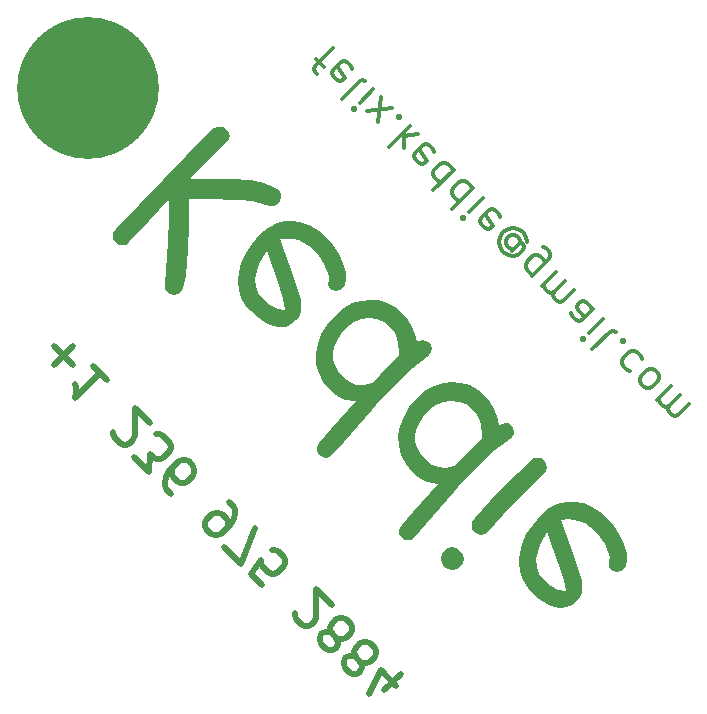
<source format=gbl>
G04 #@! TF.GenerationSoftware,KiCad,Pcbnew,9.0.1-unknown-1000.20250420git906ef8b.fc41*
G04 #@! TF.CreationDate,2025-04-22T06:59:41-07:00*
G04 #@! TF.ProjectId,baggage-label-felix,62616767-6167-4652-9d6c-6162656c2d66,rev?*
G04 #@! TF.SameCoordinates,Original*
G04 #@! TF.FileFunction,Copper,L2,Bot*
G04 #@! TF.FilePolarity,Positive*
%FSLAX46Y46*%
G04 Gerber Fmt 4.6, Leading zero omitted, Abs format (unit mm)*
G04 Created by KiCad (PCBNEW 9.0.1-unknown-1000.20250420git906ef8b.fc41) date 2025-04-22 06:59:41*
%MOMM*%
%LPD*%
G01*
G04 APERTURE LIST*
%ADD10C,0.150000*%
%ADD11C,0.300000*%
G04 #@! TA.AperFunction,NonConductor*
%ADD12C,0.300000*%
G04 #@! TD*
%ADD13C,0.500000*%
G04 #@! TA.AperFunction,NonConductor*
%ADD14C,0.500000*%
G04 #@! TD*
G04 #@! TA.AperFunction,ViaPad*
%ADD15C,12.000000*%
G04 #@! TD*
G04 APERTURE END LIST*
D10*
G36*
X76168422Y-68661405D02*
G01*
X75710238Y-68333702D01*
X74960824Y-68044946D01*
X73806313Y-67820644D01*
X72108973Y-67701334D01*
X68629297Y-67714805D01*
X68710641Y-67633460D01*
X71743700Y-64589003D01*
X71974641Y-64285000D01*
X72048846Y-64020931D01*
X72000055Y-63771124D01*
X71813646Y-63510801D01*
X71576237Y-63337663D01*
X71308870Y-63258847D01*
X70995538Y-63272985D01*
X70624556Y-63400026D01*
X70317323Y-63626859D01*
X66338700Y-67767135D01*
X62366295Y-71902229D01*
X62176563Y-72175397D01*
X62108272Y-72490810D01*
X62162327Y-72805672D01*
X62342979Y-73073692D01*
X62616163Y-73258984D01*
X62931561Y-73314099D01*
X63246974Y-73245808D01*
X63520142Y-73056076D01*
X65201432Y-71234894D01*
X66895158Y-69413712D01*
X66893887Y-70998062D01*
X66801897Y-73019808D01*
X66534548Y-76614506D01*
X66576657Y-77001572D01*
X66749049Y-77280805D01*
X67008697Y-77455055D01*
X67334522Y-77518103D01*
X67661998Y-77460322D01*
X67937610Y-77274587D01*
X68106446Y-76937984D01*
X68301301Y-75945897D01*
X68483188Y-73738437D01*
X68553085Y-71572959D01*
X68565050Y-69390396D01*
X70170855Y-69389166D01*
X72844699Y-69469150D01*
X73964351Y-69567074D01*
X74533332Y-69688098D01*
X75060169Y-69897115D01*
X75460423Y-70022387D01*
X75792423Y-69980976D01*
X76092259Y-69781057D01*
X76253291Y-69560588D01*
X76347690Y-69282110D01*
X76336992Y-68938259D01*
X76168422Y-68661405D01*
G37*
G36*
X78205130Y-71387680D02*
G01*
X78894502Y-71668610D01*
X79585143Y-72102383D01*
X80284346Y-72711010D01*
X80795261Y-73306145D01*
X81239331Y-74009405D01*
X81615389Y-74834773D01*
X81842360Y-75623665D01*
X81877149Y-76210446D01*
X81769733Y-76650337D01*
X81539744Y-76985996D01*
X81310967Y-77136714D01*
X81021627Y-77184953D01*
X80732847Y-77129503D01*
X80505064Y-76977188D01*
X80398299Y-76812098D01*
X80354629Y-76578076D01*
X80391596Y-76244052D01*
X80405451Y-75912320D01*
X80295989Y-75466198D01*
X80011816Y-74862233D01*
X79603253Y-74220961D01*
X79223760Y-73772633D01*
X78771701Y-73377934D01*
X78316044Y-73086697D01*
X77852821Y-72887688D01*
X77363665Y-72772155D01*
X76855413Y-72743326D01*
X76320230Y-72803753D01*
X77480813Y-76072037D01*
X77908670Y-77350127D01*
X78057996Y-77952803D01*
X78100557Y-78523204D01*
X78040135Y-78982225D01*
X77892619Y-79354576D01*
X77661636Y-79658963D01*
X77222323Y-80002193D01*
X76759105Y-80190342D01*
X76255491Y-80237717D01*
X75689163Y-80136149D01*
X75099174Y-79889266D01*
X74471146Y-79484003D01*
X73794926Y-78888523D01*
X73325022Y-78327280D01*
X72996725Y-77733843D01*
X72797791Y-77099198D01*
X72725667Y-76410559D01*
X72748321Y-76133693D01*
X74196467Y-76133693D01*
X74231484Y-76785432D01*
X74438018Y-77352681D01*
X74822871Y-77860578D01*
X75461823Y-78384703D01*
X76076671Y-78682590D01*
X76685503Y-78791635D01*
X76526111Y-77886583D01*
X76080860Y-76405705D01*
X75150839Y-73776259D01*
X74623903Y-74699471D01*
X74321202Y-75475744D01*
X74196467Y-76133693D01*
X72748321Y-76133693D01*
X72787706Y-75652362D01*
X73000931Y-74815731D01*
X73362589Y-73998892D01*
X73885146Y-73192773D01*
X74588164Y-72390814D01*
X75286893Y-71811605D01*
X75996286Y-71441675D01*
X76730085Y-71255574D01*
X77507237Y-71245774D01*
X78205130Y-71387680D01*
G37*
G36*
X84656438Y-77983153D02*
G01*
X85367561Y-78200382D01*
X86037423Y-78568484D01*
X86676359Y-79103024D01*
X87115337Y-79620916D01*
X87455090Y-80195733D01*
X87699874Y-80824555D01*
X87858185Y-81526258D01*
X88318881Y-81363314D01*
X88651298Y-81377923D01*
X88906854Y-81532476D01*
X89070541Y-81770983D01*
X89133272Y-82060437D01*
X89084466Y-82351502D01*
X88912554Y-82605497D01*
X88766963Y-82727254D01*
X87535189Y-83705408D01*
X85669139Y-85466540D01*
X84833925Y-86336436D01*
X84032407Y-87242129D01*
X81702422Y-89950997D01*
X80701430Y-91036302D01*
X80405332Y-91258141D01*
X80141780Y-91326604D01*
X79885412Y-91270945D01*
X79611311Y-91071534D01*
X79410588Y-90757423D01*
X79402242Y-90424472D01*
X79603540Y-90024419D01*
X80564015Y-88882774D01*
X82717943Y-86527645D01*
X81772897Y-86382572D01*
X81411531Y-86238090D01*
X81000230Y-85972852D01*
X80526825Y-85554102D01*
X79950075Y-84855732D01*
X79567699Y-84122556D01*
X79361166Y-83341021D01*
X79327901Y-82492029D01*
X79334986Y-82449025D01*
X80756351Y-82449025D01*
X80776210Y-82953417D01*
X80920394Y-83452566D01*
X81201443Y-83959204D01*
X81644404Y-84483154D01*
X82187659Y-84904985D01*
X82752139Y-85124583D01*
X83358653Y-85163359D01*
X84038106Y-85010597D01*
X84705441Y-84319429D01*
X85367595Y-83645876D01*
X86381550Y-82667153D01*
X86391913Y-82320014D01*
X86304638Y-81565540D01*
X86226115Y-81198808D01*
X85996685Y-80706975D01*
X85582095Y-80197287D01*
X85069660Y-79802907D01*
X84484400Y-79568064D01*
X83803399Y-79489021D01*
X83123583Y-79576103D01*
X82527665Y-79823232D01*
X81994651Y-80237700D01*
X81444927Y-80860019D01*
X81075018Y-81428889D01*
X80853154Y-81954638D01*
X80756351Y-82449025D01*
X79334986Y-82449025D01*
X79465327Y-81657870D01*
X79774462Y-80838705D01*
X80271424Y-80021275D01*
X80983804Y-79195767D01*
X81665447Y-78621728D01*
X82369446Y-78226983D01*
X83105978Y-77992920D01*
X83889406Y-77912908D01*
X84656438Y-77983153D01*
G37*
G36*
X91628224Y-84954939D02*
G01*
X92339348Y-85172169D01*
X93009210Y-85540270D01*
X93648146Y-86074810D01*
X94087124Y-86592703D01*
X94426876Y-87167520D01*
X94671661Y-87796342D01*
X94829971Y-88498045D01*
X95290668Y-88335101D01*
X95623084Y-88349710D01*
X95878641Y-88504262D01*
X96042328Y-88742769D01*
X96105058Y-89032224D01*
X96056252Y-89323289D01*
X95884340Y-89577283D01*
X95738749Y-89699041D01*
X94506975Y-90677194D01*
X92640926Y-92438327D01*
X91805712Y-93308223D01*
X91004193Y-94213915D01*
X88674208Y-96922784D01*
X87673217Y-98008088D01*
X87377118Y-98229928D01*
X87113566Y-98298390D01*
X86857198Y-98242732D01*
X86583098Y-98043320D01*
X86382375Y-97729210D01*
X86374028Y-97396259D01*
X86575326Y-96996205D01*
X87535802Y-95854560D01*
X89689730Y-93499431D01*
X88744684Y-93354359D01*
X88383317Y-93209877D01*
X87972017Y-92944639D01*
X87498611Y-92525889D01*
X86921862Y-91827519D01*
X86539486Y-91094343D01*
X86332952Y-90312808D01*
X86299688Y-89463816D01*
X86306773Y-89420812D01*
X87728137Y-89420812D01*
X87747997Y-89925203D01*
X87892181Y-90424353D01*
X88173230Y-90930991D01*
X88616190Y-91454940D01*
X89159445Y-91876772D01*
X89723925Y-92096370D01*
X90330440Y-92135146D01*
X91009892Y-91982384D01*
X91677228Y-91291215D01*
X92339382Y-90617663D01*
X93353337Y-89638939D01*
X93363699Y-89291801D01*
X93276425Y-88537326D01*
X93197902Y-88170595D01*
X92968471Y-87678762D01*
X92553882Y-87169074D01*
X92041447Y-86774694D01*
X91456187Y-86539850D01*
X90775185Y-86460808D01*
X90095370Y-86547890D01*
X89499452Y-86795019D01*
X88966438Y-87209487D01*
X88416714Y-87831806D01*
X88046804Y-88400675D01*
X87824941Y-88926424D01*
X87728137Y-89420812D01*
X86306773Y-89420812D01*
X86437114Y-88629657D01*
X86746249Y-87810491D01*
X87243211Y-86993061D01*
X87955591Y-86167553D01*
X88637234Y-85593514D01*
X89341232Y-85198769D01*
X90077765Y-84964707D01*
X90861193Y-84884695D01*
X91628224Y-84954939D01*
G37*
G36*
X91542517Y-99156236D02*
G01*
X91234277Y-98946922D01*
X90862229Y-98873862D01*
X90489887Y-98942054D01*
X90178832Y-99152091D01*
X89968901Y-99463073D01*
X89901121Y-99834970D01*
X89973815Y-100207464D01*
X90182977Y-100515776D01*
X90490856Y-100724305D01*
X90860675Y-100794523D01*
X91230341Y-100724917D01*
X91540963Y-100514222D01*
X91751764Y-100203527D01*
X91821782Y-99833416D01*
X91751199Y-99464042D01*
X91542517Y-99156236D01*
G37*
G36*
X96501936Y-94718043D02*
G01*
X97563558Y-93696834D01*
X98625181Y-92676661D01*
X98820380Y-92400709D01*
X98886830Y-92102069D01*
X98829356Y-91803958D01*
X98637616Y-91528513D01*
X98366429Y-91340380D01*
X98066132Y-91281371D01*
X97765277Y-91346028D01*
X97488950Y-91540430D01*
X96427845Y-92561121D01*
X95366223Y-93582330D01*
X94063676Y-94999899D01*
X92761647Y-96417986D01*
X92562659Y-96699401D01*
X92497407Y-97000350D01*
X92556056Y-97301091D01*
X92744031Y-97572352D01*
X93014750Y-97759796D01*
X93314996Y-97817939D01*
X93616389Y-97753045D01*
X93897878Y-97554218D01*
X95199907Y-96136130D01*
X96501936Y-94718043D01*
G37*
G36*
X101980498Y-95163047D02*
G01*
X102669869Y-95443977D01*
X103360511Y-95877751D01*
X104059713Y-96486378D01*
X104570628Y-97081512D01*
X105014698Y-97784772D01*
X105390757Y-98610141D01*
X105617728Y-99399033D01*
X105652516Y-99985813D01*
X105545101Y-100425705D01*
X105315112Y-100761364D01*
X105086335Y-100912081D01*
X104796994Y-100960321D01*
X104508214Y-100904870D01*
X104280431Y-100752556D01*
X104173667Y-100587466D01*
X104129997Y-100353443D01*
X104166964Y-100019420D01*
X104180819Y-99687688D01*
X104071356Y-99241565D01*
X103787184Y-98637601D01*
X103378620Y-97996329D01*
X102999127Y-97548000D01*
X102547068Y-97153302D01*
X102091412Y-96862065D01*
X101628189Y-96663056D01*
X101139032Y-96547523D01*
X100630780Y-96518693D01*
X100095598Y-96579121D01*
X101256181Y-99847405D01*
X101684038Y-101125495D01*
X101833363Y-101728171D01*
X101875925Y-102298572D01*
X101815503Y-102757593D01*
X101667986Y-103129944D01*
X101437004Y-103434331D01*
X100997690Y-103777561D01*
X100534472Y-103965710D01*
X100030859Y-104013084D01*
X99464531Y-103911517D01*
X98874542Y-103664633D01*
X98246513Y-103259371D01*
X97570294Y-102663891D01*
X97100389Y-102102647D01*
X96772093Y-101509211D01*
X96573159Y-100874566D01*
X96501035Y-100185926D01*
X96523689Y-99909061D01*
X97971835Y-99909061D01*
X98006851Y-100560799D01*
X98213385Y-101128049D01*
X98598239Y-101635946D01*
X99237191Y-102160071D01*
X99852038Y-102457958D01*
X100460871Y-102567003D01*
X100301479Y-101661950D01*
X99856228Y-100181072D01*
X98926207Y-97551627D01*
X98399270Y-98474839D01*
X98096570Y-99251112D01*
X97971835Y-99909061D01*
X96523689Y-99909061D01*
X96563074Y-99427730D01*
X96776299Y-98591098D01*
X97137956Y-97774260D01*
X97660514Y-96968140D01*
X98363532Y-96166181D01*
X99062261Y-95586972D01*
X99771653Y-95217042D01*
X100505453Y-95030942D01*
X101282605Y-95021142D01*
X101980498Y-95163047D01*
G37*
D11*
D12*
X79307613Y-57551092D02*
X79981048Y-58224527D01*
X80738662Y-56625119D02*
X79223434Y-58140348D01*
X79223434Y-58140348D02*
X79139254Y-58392886D01*
X79139254Y-58392886D02*
X79223434Y-58645424D01*
X79223434Y-58645424D02*
X79391792Y-58813783D01*
X82338070Y-58392885D02*
X82253891Y-58140347D01*
X82253891Y-58140347D02*
X81917173Y-57803630D01*
X81917173Y-57803630D02*
X81664635Y-57719450D01*
X81664635Y-57719450D02*
X81412097Y-57803630D01*
X81412097Y-57803630D02*
X80738662Y-58477065D01*
X80738662Y-58477065D02*
X80654483Y-58729603D01*
X80654483Y-58729603D02*
X80738662Y-58982141D01*
X80738662Y-58982141D02*
X81075380Y-59318859D01*
X81075380Y-59318859D02*
X81327918Y-59403038D01*
X81327918Y-59403038D02*
X81580456Y-59318859D01*
X81580456Y-59318859D02*
X81748815Y-59150500D01*
X81748815Y-59150500D02*
X81075380Y-58140347D01*
X83516582Y-59403038D02*
X83264043Y-59318859D01*
X83264043Y-59318859D02*
X83011505Y-59403038D01*
X83011505Y-59403038D02*
X81496276Y-60918267D01*
X84190017Y-60076473D02*
X83011505Y-61254984D01*
X82422250Y-61844240D02*
X82422250Y-61675881D01*
X82422250Y-61675881D02*
X82590609Y-61675881D01*
X82590609Y-61675881D02*
X82590609Y-61844240D01*
X82590609Y-61844240D02*
X82422250Y-61844240D01*
X82422250Y-61844240D02*
X82590609Y-61675881D01*
X84863452Y-60749908D02*
X84610913Y-62854392D01*
X83684940Y-61928419D02*
X85789425Y-61675881D01*
X86294501Y-62517675D02*
X86462860Y-62517675D01*
X86462860Y-62517675D02*
X86462860Y-62349317D01*
X86462860Y-62349317D02*
X86294501Y-62349317D01*
X86294501Y-62349317D02*
X86294501Y-62517675D01*
X86294501Y-62517675D02*
X86462860Y-62349317D01*
X87304654Y-63191110D02*
X85536887Y-64958877D01*
X86799578Y-64032904D02*
X87978089Y-63864545D01*
X86799578Y-65043057D02*
X86799578Y-63696186D01*
X89324959Y-65379774D02*
X89240780Y-65127236D01*
X89240780Y-65127236D02*
X88904062Y-64790519D01*
X88904062Y-64790519D02*
X88651524Y-64706339D01*
X88651524Y-64706339D02*
X88398986Y-64790519D01*
X88398986Y-64790519D02*
X87725551Y-65463954D01*
X87725551Y-65463954D02*
X87641372Y-65716492D01*
X87641372Y-65716492D02*
X87725551Y-65969030D01*
X87725551Y-65969030D02*
X88062269Y-66305748D01*
X88062269Y-66305748D02*
X88314807Y-66389927D01*
X88314807Y-66389927D02*
X88567345Y-66305748D01*
X88567345Y-66305748D02*
X88735704Y-66137389D01*
X88735704Y-66137389D02*
X88062269Y-65127236D01*
X91008547Y-66895003D02*
X89240780Y-68662770D01*
X90924367Y-66979182D02*
X90840188Y-66726644D01*
X90840188Y-66726644D02*
X90503470Y-66389927D01*
X90503470Y-66389927D02*
X90250932Y-66305747D01*
X90250932Y-66305747D02*
X90082574Y-66305747D01*
X90082574Y-66305747D02*
X89830035Y-66389927D01*
X89830035Y-66389927D02*
X89324959Y-66895003D01*
X89324959Y-66895003D02*
X89240780Y-67147541D01*
X89240780Y-67147541D02*
X89240780Y-67315900D01*
X89240780Y-67315900D02*
X89324959Y-67568438D01*
X89324959Y-67568438D02*
X89661677Y-67905156D01*
X89661677Y-67905156D02*
X89914215Y-67989335D01*
X92607955Y-68494411D02*
X90840188Y-70262178D01*
X92523776Y-68578591D02*
X92439596Y-68326053D01*
X92439596Y-68326053D02*
X92102879Y-67989335D01*
X92102879Y-67989335D02*
X91850341Y-67905156D01*
X91850341Y-67905156D02*
X91681982Y-67905156D01*
X91681982Y-67905156D02*
X91429444Y-67989335D01*
X91429444Y-67989335D02*
X90924367Y-68494411D01*
X90924367Y-68494411D02*
X90840188Y-68746950D01*
X90840188Y-68746950D02*
X90840188Y-68915308D01*
X90840188Y-68915308D02*
X90924367Y-69167846D01*
X90924367Y-69167846D02*
X91261085Y-69504564D01*
X91261085Y-69504564D02*
X91513623Y-69588743D01*
X93449749Y-69336205D02*
X92271238Y-70514717D01*
X91681982Y-71103972D02*
X91681982Y-70935614D01*
X91681982Y-70935614D02*
X91850341Y-70935614D01*
X91850341Y-70935614D02*
X91850341Y-71103972D01*
X91850341Y-71103972D02*
X91681982Y-71103972D01*
X91681982Y-71103972D02*
X91850341Y-70935614D01*
X94880798Y-70935613D02*
X94796619Y-70683075D01*
X94796619Y-70683075D02*
X94459901Y-70346358D01*
X94459901Y-70346358D02*
X94207363Y-70262178D01*
X94207363Y-70262178D02*
X93954825Y-70346358D01*
X93954825Y-70346358D02*
X93281390Y-71019793D01*
X93281390Y-71019793D02*
X93197211Y-71272331D01*
X93197211Y-71272331D02*
X93281390Y-71524869D01*
X93281390Y-71524869D02*
X93618108Y-71861587D01*
X93618108Y-71861587D02*
X93870646Y-71945766D01*
X93870646Y-71945766D02*
X94123184Y-71861587D01*
X94123184Y-71861587D02*
X94291543Y-71693228D01*
X94291543Y-71693228D02*
X93618108Y-70683075D01*
X96059310Y-73629353D02*
X95890951Y-73629353D01*
X95890951Y-73629353D02*
X95638413Y-73545174D01*
X95638413Y-73545174D02*
X95470054Y-73376815D01*
X95470054Y-73376815D02*
X95385874Y-73124277D01*
X95385874Y-73124277D02*
X95385874Y-72955918D01*
X95385874Y-72955918D02*
X95470054Y-72703380D01*
X95470054Y-72703380D02*
X95638413Y-72535022D01*
X95638413Y-72535022D02*
X95890951Y-72450842D01*
X95890951Y-72450842D02*
X96059310Y-72450842D01*
X96059310Y-72450842D02*
X96311848Y-72535022D01*
X96311848Y-72535022D02*
X96480206Y-72703380D01*
X96480206Y-72703380D02*
X96564386Y-72955918D01*
X96564386Y-72955918D02*
X96564386Y-73124277D01*
X95890951Y-73797712D02*
X96564386Y-73124277D01*
X96564386Y-73124277D02*
X96732745Y-73124277D01*
X96732745Y-73124277D02*
X96816924Y-73208457D01*
X96816924Y-73208457D02*
X96901103Y-73460995D01*
X96901103Y-73460995D02*
X96816924Y-73713533D01*
X96816924Y-73713533D02*
X96396027Y-74134430D01*
X96396027Y-74134430D02*
X95975130Y-74218609D01*
X95975130Y-74218609D02*
X95554233Y-74134430D01*
X95554233Y-74134430D02*
X95133336Y-73881892D01*
X95133336Y-73881892D02*
X94880798Y-73460995D01*
X94880798Y-73460995D02*
X94796619Y-73040098D01*
X94796619Y-73040098D02*
X94880798Y-72619201D01*
X94880798Y-72619201D02*
X95133336Y-72198304D01*
X95133336Y-72198304D02*
X95554233Y-71945766D01*
X95554233Y-71945766D02*
X95975130Y-71861587D01*
X95975130Y-71861587D02*
X96396027Y-71945766D01*
X96396027Y-71945766D02*
X96816924Y-72198304D01*
X96816924Y-72198304D02*
X97069462Y-72619201D01*
X97069462Y-72619201D02*
X97153641Y-73040098D01*
X97658718Y-75902197D02*
X99089767Y-74471147D01*
X99089767Y-74471147D02*
X99173947Y-74218609D01*
X99173947Y-74218609D02*
X99173947Y-74050251D01*
X99173947Y-74050251D02*
X99089767Y-73797712D01*
X99089767Y-73797712D02*
X98837229Y-73545174D01*
X98837229Y-73545174D02*
X98584691Y-73460995D01*
X98753050Y-74807865D02*
X98668870Y-74555327D01*
X98668870Y-74555327D02*
X98332153Y-74218609D01*
X98332153Y-74218609D02*
X98079615Y-74134430D01*
X98079615Y-74134430D02*
X97911256Y-74134430D01*
X97911256Y-74134430D02*
X97658718Y-74218609D01*
X97658718Y-74218609D02*
X97153642Y-74723686D01*
X97153642Y-74723686D02*
X97069462Y-74976224D01*
X97069462Y-74976224D02*
X97069462Y-75144582D01*
X97069462Y-75144582D02*
X97153642Y-75397121D01*
X97153642Y-75397121D02*
X97490359Y-75733838D01*
X97490359Y-75733838D02*
X97742897Y-75818018D01*
X99679023Y-75565480D02*
X98500512Y-76743991D01*
X98668871Y-76575632D02*
X98668871Y-76743991D01*
X98668871Y-76743991D02*
X98753050Y-76996529D01*
X98753050Y-76996529D02*
X99005588Y-77249067D01*
X99005588Y-77249067D02*
X99258126Y-77333247D01*
X99258126Y-77333247D02*
X99510664Y-77249067D01*
X99510664Y-77249067D02*
X100436638Y-76323094D01*
X99510664Y-77249067D02*
X99426485Y-77501605D01*
X99426485Y-77501605D02*
X99510664Y-77754143D01*
X99510664Y-77754143D02*
X99763203Y-78006682D01*
X99763203Y-78006682D02*
X100015741Y-78090861D01*
X100015741Y-78090861D02*
X100268279Y-78006682D01*
X100268279Y-78006682D02*
X101194252Y-77080708D01*
X102793660Y-78680116D02*
X101867687Y-79606090D01*
X101867687Y-79606090D02*
X101615149Y-79690269D01*
X101615149Y-79690269D02*
X101362610Y-79606090D01*
X101362610Y-79606090D02*
X101025893Y-79269372D01*
X101025893Y-79269372D02*
X100941714Y-79016834D01*
X102709481Y-78764296D02*
X102625301Y-78511758D01*
X102625301Y-78511758D02*
X102204404Y-78090861D01*
X102204404Y-78090861D02*
X101951866Y-78006681D01*
X101951866Y-78006681D02*
X101699328Y-78090861D01*
X101699328Y-78090861D02*
X101530969Y-78259219D01*
X101530969Y-78259219D02*
X101446790Y-78511758D01*
X101446790Y-78511758D02*
X101530969Y-78764296D01*
X101530969Y-78764296D02*
X101951866Y-79185193D01*
X101951866Y-79185193D02*
X102036046Y-79437731D01*
X103635454Y-79521910D02*
X102456943Y-80700422D01*
X101867687Y-81289677D02*
X101867687Y-81121318D01*
X101867687Y-81121318D02*
X102036046Y-81121318D01*
X102036046Y-81121318D02*
X102036046Y-81289677D01*
X102036046Y-81289677D02*
X101867687Y-81289677D01*
X101867687Y-81289677D02*
X102036046Y-81121318D01*
X104729786Y-80616242D02*
X104477248Y-80532063D01*
X104477248Y-80532063D02*
X104224709Y-80616242D01*
X104224709Y-80616242D02*
X102709481Y-82131471D01*
X105234862Y-81458036D02*
X105403221Y-81458036D01*
X105403221Y-81458036D02*
X105403221Y-81289677D01*
X105403221Y-81289677D02*
X105234862Y-81289677D01*
X105234862Y-81289677D02*
X105234862Y-81458036D01*
X105234862Y-81458036D02*
X105403221Y-81289677D01*
X106918450Y-82973265D02*
X106834270Y-82720727D01*
X106834270Y-82720727D02*
X106497553Y-82384009D01*
X106497553Y-82384009D02*
X106245014Y-82299830D01*
X106245014Y-82299830D02*
X106076656Y-82299830D01*
X106076656Y-82299830D02*
X105824118Y-82384009D01*
X105824118Y-82384009D02*
X105319041Y-82889085D01*
X105319041Y-82889085D02*
X105234862Y-83141623D01*
X105234862Y-83141623D02*
X105234862Y-83309982D01*
X105234862Y-83309982D02*
X105319041Y-83562520D01*
X105319041Y-83562520D02*
X105655759Y-83899238D01*
X105655759Y-83899238D02*
X105908297Y-83983417D01*
X108012781Y-83899238D02*
X107760243Y-83815058D01*
X107760243Y-83815058D02*
X107591884Y-83815058D01*
X107591884Y-83815058D02*
X107339346Y-83899238D01*
X107339346Y-83899238D02*
X106834270Y-84404314D01*
X106834270Y-84404314D02*
X106750091Y-84656852D01*
X106750091Y-84656852D02*
X106750091Y-84825211D01*
X106750091Y-84825211D02*
X106834270Y-85077749D01*
X106834270Y-85077749D02*
X107086808Y-85330287D01*
X107086808Y-85330287D02*
X107339346Y-85414467D01*
X107339346Y-85414467D02*
X107507705Y-85414467D01*
X107507705Y-85414467D02*
X107760243Y-85330287D01*
X107760243Y-85330287D02*
X108265319Y-84825211D01*
X108265319Y-84825211D02*
X108349499Y-84572673D01*
X108349499Y-84572673D02*
X108349499Y-84404314D01*
X108349499Y-84404314D02*
X108265319Y-84151776D01*
X108265319Y-84151776D02*
X108012781Y-83899238D01*
X109359652Y-85246108D02*
X108181140Y-86424619D01*
X108349499Y-86256261D02*
X108349499Y-86424619D01*
X108349499Y-86424619D02*
X108433678Y-86677157D01*
X108433678Y-86677157D02*
X108686217Y-86929696D01*
X108686217Y-86929696D02*
X108938755Y-87013875D01*
X108938755Y-87013875D02*
X109191293Y-86929696D01*
X109191293Y-86929696D02*
X110117266Y-86003722D01*
X109191293Y-86929696D02*
X109107113Y-87182234D01*
X109107113Y-87182234D02*
X109191293Y-87434772D01*
X109191293Y-87434772D02*
X109443831Y-87687310D01*
X109443831Y-87687310D02*
X109696369Y-87771489D01*
X109696369Y-87771489D02*
X109948907Y-87687310D01*
X109948907Y-87687310D02*
X110874880Y-86761337D01*
D13*
D14*
X57118812Y-81809099D02*
X58735056Y-83425343D01*
X58735056Y-81809099D02*
X57118812Y-83425343D01*
X61664498Y-84738541D02*
X60452315Y-83526358D01*
X61058407Y-84132450D02*
X58937086Y-86253770D01*
X58937086Y-86253770D02*
X59038102Y-85748694D01*
X59038102Y-85748694D02*
X59038102Y-85344633D01*
X59038102Y-85344633D02*
X58937086Y-85041587D01*
X62169575Y-89082197D02*
X62169575Y-89284228D01*
X62169575Y-89284228D02*
X62270590Y-89587274D01*
X62270590Y-89587274D02*
X62775666Y-90092350D01*
X62775666Y-90092350D02*
X63078712Y-90193365D01*
X63078712Y-90193365D02*
X63280742Y-90193365D01*
X63280742Y-90193365D02*
X63583788Y-90092350D01*
X63583788Y-90092350D02*
X63785819Y-89890319D01*
X63785819Y-89890319D02*
X63987849Y-89486258D01*
X63987849Y-89486258D02*
X63987849Y-87061892D01*
X63987849Y-87061892D02*
X65301047Y-88375091D01*
X63886834Y-91203518D02*
X65200032Y-92516716D01*
X65200032Y-92516716D02*
X65301047Y-91001487D01*
X65301047Y-91001487D02*
X65604093Y-91304533D01*
X65604093Y-91304533D02*
X65907139Y-91405548D01*
X65907139Y-91405548D02*
X66109170Y-91405548D01*
X66109170Y-91405548D02*
X66412215Y-91304533D01*
X66412215Y-91304533D02*
X66917292Y-90799457D01*
X66917292Y-90799457D02*
X67018307Y-90496411D01*
X67018307Y-90496411D02*
X67018307Y-90294380D01*
X67018307Y-90294380D02*
X66917292Y-89991335D01*
X66917292Y-89991335D02*
X66311200Y-89385243D01*
X66311200Y-89385243D02*
X66008154Y-89284228D01*
X66008154Y-89284228D02*
X65806124Y-89284228D01*
X67018307Y-94334991D02*
X66614246Y-93930930D01*
X66614246Y-93930930D02*
X66513231Y-93627884D01*
X66513231Y-93627884D02*
X66513231Y-93425853D01*
X66513231Y-93425853D02*
X66614246Y-92920777D01*
X66614246Y-92920777D02*
X66917292Y-92415701D01*
X66917292Y-92415701D02*
X67725414Y-91607579D01*
X67725414Y-91607579D02*
X68028459Y-91506564D01*
X68028459Y-91506564D02*
X68230490Y-91506564D01*
X68230490Y-91506564D02*
X68533536Y-91607579D01*
X68533536Y-91607579D02*
X68937597Y-92011640D01*
X68937597Y-92011640D02*
X69038612Y-92314686D01*
X69038612Y-92314686D02*
X69038612Y-92516716D01*
X69038612Y-92516716D02*
X68937597Y-92819762D01*
X68937597Y-92819762D02*
X68432520Y-93324838D01*
X68432520Y-93324838D02*
X68129475Y-93425853D01*
X68129475Y-93425853D02*
X67927444Y-93425853D01*
X67927444Y-93425853D02*
X67624398Y-93324838D01*
X67624398Y-93324838D02*
X67220337Y-92920777D01*
X67220337Y-92920777D02*
X67119322Y-92617731D01*
X67119322Y-92617731D02*
X67119322Y-92415701D01*
X67119322Y-92415701D02*
X67220337Y-92112655D01*
X71968054Y-95042097D02*
X72372115Y-95446158D01*
X72372115Y-95446158D02*
X72473131Y-95749204D01*
X72473131Y-95749204D02*
X72473131Y-95951235D01*
X72473131Y-95951235D02*
X72372115Y-96456311D01*
X72372115Y-96456311D02*
X72069070Y-96961387D01*
X72069070Y-96961387D02*
X71260948Y-97769509D01*
X71260948Y-97769509D02*
X70957902Y-97870525D01*
X70957902Y-97870525D02*
X70755871Y-97870525D01*
X70755871Y-97870525D02*
X70452825Y-97769509D01*
X70452825Y-97769509D02*
X70048764Y-97365448D01*
X70048764Y-97365448D02*
X69947749Y-97062403D01*
X69947749Y-97062403D02*
X69947749Y-96860372D01*
X69947749Y-96860372D02*
X70048764Y-96557326D01*
X70048764Y-96557326D02*
X70553841Y-96052250D01*
X70553841Y-96052250D02*
X70856886Y-95951235D01*
X70856886Y-95951235D02*
X71058917Y-95951235D01*
X71058917Y-95951235D02*
X71361963Y-96052250D01*
X71361963Y-96052250D02*
X71766024Y-96456311D01*
X71766024Y-96456311D02*
X71867039Y-96759357D01*
X71867039Y-96759357D02*
X71867039Y-96961387D01*
X71867039Y-96961387D02*
X71766024Y-97264433D01*
X71563993Y-98880677D02*
X72978207Y-100294891D01*
X72978207Y-100294891D02*
X74190390Y-97264433D01*
X74796482Y-102113165D02*
X73786329Y-101103013D01*
X73786329Y-101103013D02*
X74695466Y-99991845D01*
X74695466Y-99991845D02*
X74695466Y-100193876D01*
X74695466Y-100193876D02*
X74796482Y-100496921D01*
X74796482Y-100496921D02*
X75301558Y-101001998D01*
X75301558Y-101001998D02*
X75604604Y-101103013D01*
X75604604Y-101103013D02*
X75806634Y-101103013D01*
X75806634Y-101103013D02*
X76109680Y-101001998D01*
X76109680Y-101001998D02*
X76614756Y-100496921D01*
X76614756Y-100496921D02*
X76715771Y-100193876D01*
X76715771Y-100193876D02*
X76715771Y-99991845D01*
X76715771Y-99991845D02*
X76614756Y-99688799D01*
X76614756Y-99688799D02*
X76109680Y-99183723D01*
X76109680Y-99183723D02*
X75806634Y-99082708D01*
X75806634Y-99082708D02*
X75604604Y-99082708D01*
X77523893Y-104436516D02*
X77523893Y-104638547D01*
X77523893Y-104638547D02*
X77624909Y-104941592D01*
X77624909Y-104941592D02*
X78129985Y-105446669D01*
X78129985Y-105446669D02*
X78433031Y-105547684D01*
X78433031Y-105547684D02*
X78635061Y-105547684D01*
X78635061Y-105547684D02*
X78938107Y-105446669D01*
X78938107Y-105446669D02*
X79140137Y-105244638D01*
X79140137Y-105244638D02*
X79342168Y-104840577D01*
X79342168Y-104840577D02*
X79342168Y-102416211D01*
X79342168Y-102416211D02*
X80655366Y-103729409D01*
X80655366Y-106153776D02*
X80352321Y-106052760D01*
X80352321Y-106052760D02*
X80150290Y-106052760D01*
X80150290Y-106052760D02*
X79847244Y-106153776D01*
X79847244Y-106153776D02*
X79746229Y-106254791D01*
X79746229Y-106254791D02*
X79645214Y-106557837D01*
X79645214Y-106557837D02*
X79645214Y-106759867D01*
X79645214Y-106759867D02*
X79746229Y-107062913D01*
X79746229Y-107062913D02*
X80150290Y-107466974D01*
X80150290Y-107466974D02*
X80453336Y-107567989D01*
X80453336Y-107567989D02*
X80655366Y-107567989D01*
X80655366Y-107567989D02*
X80958412Y-107466974D01*
X80958412Y-107466974D02*
X81059427Y-107365959D01*
X81059427Y-107365959D02*
X81160443Y-107062913D01*
X81160443Y-107062913D02*
X81160443Y-106860882D01*
X81160443Y-106860882D02*
X81059427Y-106557837D01*
X81059427Y-106557837D02*
X80655366Y-106153776D01*
X80655366Y-106153776D02*
X80554351Y-105850730D01*
X80554351Y-105850730D02*
X80554351Y-105648699D01*
X80554351Y-105648699D02*
X80655366Y-105345654D01*
X80655366Y-105345654D02*
X81059427Y-104941593D01*
X81059427Y-104941593D02*
X81362473Y-104840577D01*
X81362473Y-104840577D02*
X81564504Y-104840577D01*
X81564504Y-104840577D02*
X81867549Y-104941593D01*
X81867549Y-104941593D02*
X82271610Y-105345654D01*
X82271610Y-105345654D02*
X82372626Y-105648699D01*
X82372626Y-105648699D02*
X82372626Y-105850730D01*
X82372626Y-105850730D02*
X82271610Y-106153776D01*
X82271610Y-106153776D02*
X81867549Y-106557837D01*
X81867549Y-106557837D02*
X81564504Y-106658852D01*
X81564504Y-106658852D02*
X81362473Y-106658852D01*
X81362473Y-106658852D02*
X81059427Y-106557837D01*
X82675672Y-108174081D02*
X82372626Y-108073066D01*
X82372626Y-108073066D02*
X82170595Y-108073066D01*
X82170595Y-108073066D02*
X81867550Y-108174081D01*
X81867550Y-108174081D02*
X81766534Y-108275096D01*
X81766534Y-108275096D02*
X81665519Y-108578142D01*
X81665519Y-108578142D02*
X81665519Y-108780172D01*
X81665519Y-108780172D02*
X81766534Y-109083218D01*
X81766534Y-109083218D02*
X82170595Y-109487279D01*
X82170595Y-109487279D02*
X82473641Y-109588294D01*
X82473641Y-109588294D02*
X82675672Y-109588294D01*
X82675672Y-109588294D02*
X82978717Y-109487279D01*
X82978717Y-109487279D02*
X83079733Y-109386264D01*
X83079733Y-109386264D02*
X83180748Y-109083218D01*
X83180748Y-109083218D02*
X83180748Y-108881188D01*
X83180748Y-108881188D02*
X83079733Y-108578142D01*
X83079733Y-108578142D02*
X82675672Y-108174081D01*
X82675672Y-108174081D02*
X82574656Y-107871035D01*
X82574656Y-107871035D02*
X82574656Y-107669005D01*
X82574656Y-107669005D02*
X82675672Y-107365959D01*
X82675672Y-107365959D02*
X83079733Y-106961898D01*
X83079733Y-106961898D02*
X83382778Y-106860883D01*
X83382778Y-106860883D02*
X83584809Y-106860883D01*
X83584809Y-106860883D02*
X83887855Y-106961898D01*
X83887855Y-106961898D02*
X84291916Y-107365959D01*
X84291916Y-107365959D02*
X84392931Y-107669005D01*
X84392931Y-107669005D02*
X84392931Y-107871035D01*
X84392931Y-107871035D02*
X84291916Y-108174081D01*
X84291916Y-108174081D02*
X83887855Y-108578142D01*
X83887855Y-108578142D02*
X83584809Y-108679157D01*
X83584809Y-108679157D02*
X83382778Y-108679157D01*
X83382778Y-108679157D02*
X83079733Y-108578142D01*
X85100038Y-111002508D02*
X86514251Y-109588294D01*
X83786839Y-111305554D02*
X84796992Y-109285249D01*
X84796992Y-109285249D02*
X86110190Y-110598447D01*
D15*
G04 #@! TO.N,*
X60000000Y-60000000D03*
G04 #@! TD*
M02*

</source>
